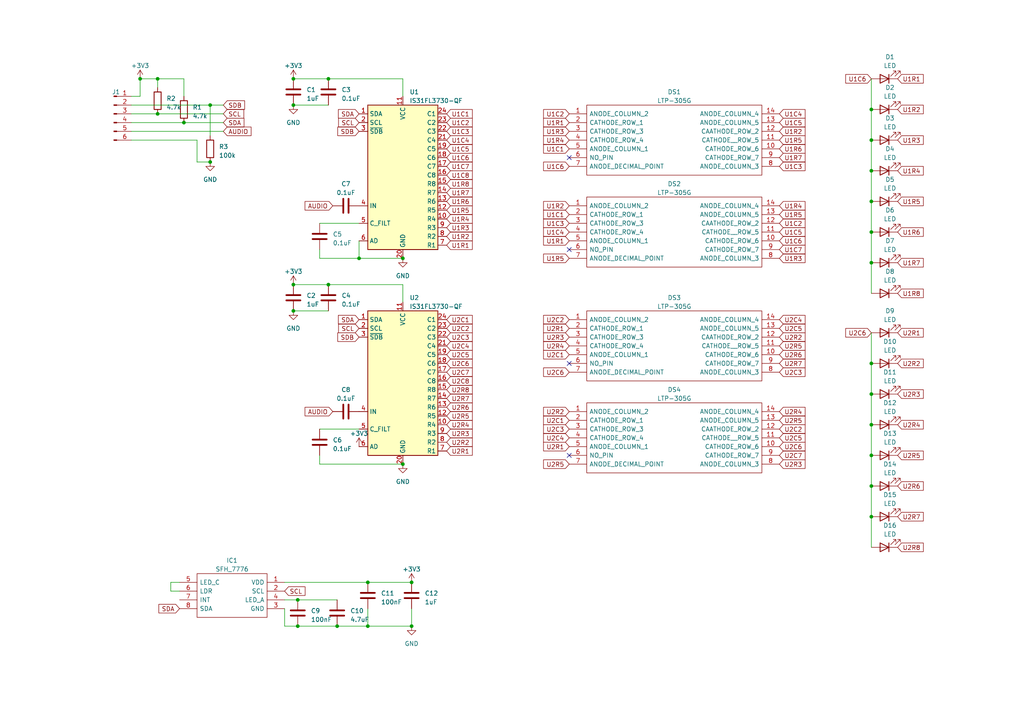
<source format=kicad_sch>
(kicad_sch (version 20230121) (generator eeschema)
  (paper "A4")
  (lib_symbols
    (symbol "Connector:Conn_01x06_Pin" (pin_names (offset 1.016) hide)
      (property "Reference" "J" (at 0 7.62 0))
      (property "Value" "Conn_01x06_Pin" (at 0 -10.16 0))
      (symbol "Conn_01x06_Pin_1_1"
        (polyline (pts (xy 1.27 -7.62) (xy 0.8636 -7.62)) (stroke (width 0.1524)))
        (polyline (pts (xy 1.27 -5.08) (xy 0.8636 -5.08)) (stroke (width 0.1524)))
        (polyline (pts (xy 1.27 -2.54) (xy 0.8636 -2.54)) (stroke (width 0.1524)))
        (polyline (pts (xy 1.27 0) (xy 0.8636 0)) (stroke (width 0.1524)))
        (polyline (pts (xy 1.27 2.54) (xy 0.8636 2.54)) (stroke (width 0.1524)))
        (polyline (pts (xy 1.27 5.08) (xy 0.8636 5.08)) (stroke (width 0.1524)))
        (rectangle (start 0.8636 -7.493) (end 0 -7.747) (stroke (width 0.1524)) (fill (type outline)))
        (rectangle (start 0.8636 -4.953) (end 0 -5.207) (stroke (width 0.1524)) (fill (type outline)))
        (rectangle (start 0.8636 -2.413) (end 0 -2.667) (stroke (width 0.1524)) (fill (type outline)))
        (rectangle (start 0.8636 0.127) (end 0 -0.127) (stroke (width 0.1524)) (fill (type outline)))
        (rectangle (start 0.8636 2.667) (end 0 2.413) (stroke (width 0.1524)) (fill (type outline)))
        (rectangle (start 0.8636 5.207) (end 0 4.953) (stroke (width 0.1524)) (fill (type outline)))
        (pin passive line (at 5.08 5.08 180) (length 3.81) (name "Pin_1") (number "1"))
        (pin passive line (at 5.08 2.54 180) (length 3.81) (name "Pin_2") (number "2"))
        (pin passive line (at 5.08 0 180) (length 3.81) (name "Pin_3") (number "3"))
        (pin passive line (at 5.08 -2.54 180) (length 3.81) (name "Pin_4") (number "4"))
        (pin passive line (at 5.08 -5.08 180) (length 3.81) (name "Pin_5") (number "5"))
        (pin passive line (at 5.08 -7.62 180) (length 3.81) (name "Pin_6") (number "6"))
      )
    )
    (symbol "Device:C" (pin_numbers hide) (pin_names (offset 0.254))
      (property "Reference" "C" (at 0.635 2.54 0))
      (property "Value" "C" (at 0.635 -2.54 0))
      (symbol "C_0_1"
        (polyline (pts (xy -2.032 -0.762) (xy 2.032 -0.762)) (stroke (width 0.508)))
        (polyline (pts (xy -2.032 0.762) (xy 2.032 0.762)) (stroke (width 0.508)))
      )
      (symbol "C_1_1"
        (pin passive line (at 0 3.81 270) (length 2.794) (name "~") (number "1"))
        (pin passive line (at 0 -3.81 90) (length 2.794) (name "~") (number "2"))
      )
    )
    (symbol "Device:LED" (pin_numbers hide) (pin_names (offset 1.016) hide)
      (property "Reference" "D" (at 0 2.54 0))
      (property "Value" "LED" (at 0 -2.54 0))
      (symbol "LED_0_1"
        (polyline (pts (xy -1.27 -1.27) (xy -1.27 1.27)) (stroke (width 0.254)))
        (polyline (pts (xy -1.27 0) (xy 1.27 0)))
        (polyline (pts (xy 1.27 -1.27) (xy 1.27 1.27) (xy -1.27 0) (xy 1.27 -1.27)) (stroke (width 0.254)))
        (polyline (pts (xy -3.048 -0.762) (xy -4.572 -2.286) (xy -3.81 -2.286) (xy -4.572 -2.286) (xy -4.572 -1.524)))
        (polyline (pts (xy -1.778 -0.762) (xy -3.302 -2.286) (xy -2.54 -2.286) (xy -3.302 -2.286) (xy -3.302 -1.524)))
      )
      (symbol "LED_1_1"
        (pin passive line (at -3.81 0 0) (length 2.54) (name "K") (number "1"))
        (pin passive line (at 3.81 0 180) (length 2.54) (name "A") (number "2"))
      )
    )
    (symbol "Device:R" (pin_numbers hide) (pin_names (offset 0))
      (property "Reference" "R" (at 2.032 0 90))
      (property "Value" "R" (at 0 0 90))
      (symbol "R_0_1"
        (rectangle (start -1.016 -2.54) (end 1.016 2.54) (stroke (width 0.254)))
      )
      (symbol "R_1_1"
        (pin passive line (at 0 3.81 270) (length 1.27) (name "~") (number "1"))
        (pin passive line (at 0 -3.81 90) (length 1.27) (name "~") (number "2"))
      )
    )
    (symbol "Driver_LED:IS31FL3730-QF"
      (property "Reference" "U" (at -10.16 26.035 0))
      (property "Value" "IS31FL3730-QF" (at 3.81 29.21 0))
      (symbol "IS31FL3730-QF_0_1"
        (rectangle (start -10.16 25.4) (end 10.16 -16.51) (stroke (width 0.254)) (fill (type background)))
      )
      (symbol "IS31FL3730-QF_1_1"
        (pin bidirectional line (at -12.7 22.86 0) (length 2.54) (name "SDA") (number "1"))
        (pin bidirectional line (at 12.7 -7.62 180) (length 2.54) (name "R4") (number "10"))
        (pin power_in line (at 0 27.94 270) (length 2.54) (name "VCC") (number "11"))
        (pin bidirectional line (at 12.7 -5.08 180) (length 2.54) (name "R5") (number "12"))
        (pin bidirectional line (at 12.7 -2.54 180) (length 2.54) (name "R6") (number "13"))
        (pin bidirectional line (at 12.7 0 180) (length 2.54) (name "R7") (number "14"))
        (pin bidirectional line (at 12.7 2.54 180) (length 2.54) (name "R8") (number "15"))
        (pin bidirectional line (at 12.7 5.08 180) (length 2.54) (name "C8") (number "16"))
        (pin bidirectional line (at 12.7 7.62 180) (length 2.54) (name "C7") (number "17"))
        (pin bidirectional line (at 12.7 10.16 180) (length 2.54) (name "C6") (number "18"))
        (pin bidirectional line (at 12.7 12.7 180) (length 2.54) (name "C5") (number "19"))
        (pin input line (at -12.7 20.32 0) (length 2.54) (name "SCL") (number "2"))
        (pin passive line (at 0 -19.05 90) (length 2.54) hide (name "GND") (number "20"))
        (pin power_in line (at 0 -19.05 90) (length 2.54) (name "GND") (number "20"))
        (pin bidirectional line (at 12.7 15.24 180) (length 2.54) (name "C4") (number "21"))
        (pin bidirectional line (at 12.7 17.78 180) (length 2.54) (name "C3") (number "22"))
        (pin bidirectional line (at 12.7 20.32 180) (length 2.54) (name "C2") (number "23"))
        (pin bidirectional line (at 12.7 22.86 180) (length 2.54) (name "C1") (number "24"))
        (pin input line (at -12.7 17.78 0) (length 2.54) (name "~{SDB}") (number "3"))
        (pin input line (at -12.7 -3.81 0) (length 2.54) (name "IN") (number "4"))
        (pin passive line (at -12.7 -8.89 0) (length 2.54) (name "C_FILT") (number "5"))
        (pin input line (at -12.7 -13.97 0) (length 2.54) (name "AD") (number "6"))
        (pin bidirectional line (at 12.7 -15.24 180) (length 2.54) (name "R1") (number "7"))
        (pin bidirectional line (at 12.7 -12.7 180) (length 2.54) (name "R2") (number "8"))
        (pin bidirectional line (at 12.7 -10.16 180) (length 2.54) (name "R3") (number "9"))
      )
    )
    (symbol "LTP_305:LTP-305G" (pin_names (offset 0.762))
      (property "Reference" "DS" (at 57.15 7.62 0))
      (property "Value" "LTP-305G" (at 57.15 5.08 0))
      (symbol "LTP-305G_0_0"
        (pin passive line (at 0 0 0) (length 5.08) (name "ANODE_COLUMN_2") (number "1"))
        (pin passive line (at 60.96 -10.16 180) (length 5.08) (name "CATHODE_ROW_6") (number "10"))
        (pin passive line (at 60.96 -7.62 180) (length 5.08) (name "CATHODE__ROW_5") (number "11"))
        (pin passive line (at 60.96 -5.08 180) (length 5.08) (name "CAATHODE_ROW_2") (number "12"))
        (pin passive line (at 60.96 -2.54 180) (length 5.08) (name "ANODE_COLUMN_5") (number "13"))
        (pin passive line (at 60.96 0 180) (length 5.08) (name "ANODE_COLUMN_4") (number "14"))
        (pin passive line (at 0 -2.54 0) (length 5.08) (name "CATHODE_ROW_1") (number "2"))
        (pin passive line (at 0 -5.08 0) (length 5.08) (name "CATHODE_ROW_3") (number "3"))
        (pin passive line (at 0 -7.62 0) (length 5.08) (name "CATHODE_ROW_4") (number "4"))
        (pin passive line (at 0 -10.16 0) (length 5.08) (name "ANODE_COLUMN_1") (number "5"))
        (pin passive line (at 0 -12.7 0) (length 5.08) (name "NO_PIN") (number "6"))
        (pin passive line (at 0 -15.24 0) (length 5.08) (name "ANODE_DECIMAL_POINT") (number "7"))
        (pin passive line (at 60.96 -15.24 180) (length 5.08) (name "ANODE_COLUMN_3") (number "8"))
        (pin passive line (at 60.96 -12.7 180) (length 5.08) (name "CATHODE_ROW_7") (number "9"))
      )
      (symbol "LTP-305G_0_1"
        (polyline (pts (xy 5.08 2.54) (xy 55.88 2.54) (xy 55.88 -17.78) (xy 5.08 -17.78) (xy 5.08 2.54)) (stroke (width 0.1524)))
      )
    )
    (symbol "Sensor_Proximity:SFH_7776" (pin_names (offset 0.762))
      (property "Reference" "IC1" (at 15.24 6.35 0))
      (property "Value" "SFH_7776" (at 15.24 3.81 0))
      (symbol "SFH_7776_0_0"
        (pin passive line (at 30.48 0 180) (length 5.08) (name "VDD") (number "1"))
        (pin passive line (at 30.48 -2.54 180) (length 5.08) (name "SCL") (number "2"))
        (pin passive line (at 30.48 -7.62 180) (length 5.08) (name "GND") (number "3"))
        (pin passive line (at 30.48 -5.08 180) (length 5.08) (name "LED_A") (number "4"))
        (pin passive line (at 0 0 0) (length 5.08) (name "LED_C") (number "5"))
        (pin passive line (at 0 -2.54 0) (length 5.08) (name "LDR") (number "6"))
        (pin passive line (at 0 -5.08 0) (length 5.08) (name "INT") (number "7"))
        (pin passive line (at 0 -7.62 0) (length 5.08) (name "SDA") (number "8"))
      )
      (symbol "SFH_7776_0_1"
        (polyline (pts (xy 5.08 2.54) (xy 25.4 2.54) (xy 25.4 -10.16) (xy 5.08 -10.16) (xy 5.08 2.54)) (stroke (width 0.1524)))
      )
    )
    (symbol "power:+3V3" (power) (pin_names (offset 0))
      (property "Value" "+3V3" (at 0 3.556 0))
      (symbol "+3V3_0_1"
        (polyline (pts (xy -0.762 1.27) (xy 0 2.54)))
        (polyline (pts (xy 0 0) (xy 0 2.54)))
        (polyline (pts (xy 0 2.54) (xy 0.762 1.27)))
      )
      (symbol "+3V3_1_1"
        (pin power_in line (at 0 0 90) (length 0) hide (name "+3V3") (number "1"))
      )
    )
    (symbol "power:GND" (power) (pin_names (offset 0))
      (property "Value" "GND" (at 0 -3.81 0))
      (symbol "GND_0_1"
        (polyline (pts (xy 0 0) (xy 0 -1.27) (xy 1.27 -1.27) (xy 0 -2.54) (xy -1.27 -1.27) (xy 0 -1.27)))
      )
      (symbol "GND_1_1"
        (pin power_in line (at 0 0 270) (length 0) hide (name "GND") (number "1"))
      )
    )
  )
  (junction (at 116.84 74.93))
  (junction (at 85.09 22.86))
  (junction (at 53.34 35.56))
  (junction (at 60.96 46.99))
  (junction (at 252.73 114.3))
  (junction (at 104.14 74.93))
  (junction (at 95.25 22.86))
  (junction (at 252.73 105.41))
  (junction (at 252.73 49.53))
  (junction (at 252.73 140.97))
  (junction (at 252.73 31.75))
  (junction (at 252.73 132.08))
  (junction (at 45.72 33.02))
  (junction (at 119.38 168.91))
  (junction (at 116.84 134.62))
  (junction (at 252.73 76.2))
  (junction (at 252.73 123.19))
  (junction (at 85.09 90.17))
  (junction (at 106.68 181.61))
  (junction (at 45.72 22.86))
  (junction (at 40.64 22.86))
  (junction (at 252.73 149.86))
  (junction (at 97.79 181.61))
  (junction (at 60.96 30.48))
  (junction (at 106.68 168.91))
  (junction (at 252.73 40.64))
  (junction (at 85.09 82.55))
  (junction (at 95.25 82.55))
  (junction (at 252.73 67.31))
  (junction (at 252.73 58.42))
  (junction (at 119.38 181.61))
  (junction (at 86.36 173.99))
  (junction (at 85.09 30.48))
  (junction (at 86.36 181.61))
  (no_connect (at 165.1 105.41))
  (no_connect (at 165.1 45.72))
  (no_connect (at 165.1 132.08))
  (no_connect (at 165.1 72.39))
  (wire (pts (xy 252.73 49.53) (xy 252.73 58.42)))
  (wire (pts (xy 116.84 27.94) (xy 116.84 22.86)))
  (wire (pts (xy 57.15 46.99) (xy 60.96 46.99)))
  (wire (pts (xy 116.84 82.55) (xy 95.25 82.55)))
  (wire (pts (xy 38.1 27.94) (xy 40.64 27.94)))
  (wire (pts (xy 52.07 168.91) (xy 49.53 168.91)))
  (wire (pts (xy 85.09 30.48) (xy 95.25 30.48)))
  (wire (pts (xy 92.71 134.62) (xy 116.84 134.62)))
  (wire (pts (xy 82.55 176.53) (xy 82.55 181.61)))
  (wire (pts (xy 53.34 35.56) (xy 64.77 35.56)))
  (wire (pts (xy 252.73 149.86) (xy 252.73 158.75)))
  (wire (pts (xy 53.34 22.86) (xy 53.34 27.94)))
  (wire (pts (xy 38.1 33.02) (xy 45.72 33.02)))
  (wire (pts (xy 45.72 22.86) (xy 45.72 25.4)))
  (wire (pts (xy 49.53 168.91) (xy 49.53 171.45)))
  (wire (pts (xy 252.73 67.31) (xy 252.73 76.2)))
  (wire (pts (xy 92.71 74.93) (xy 104.14 74.93)))
  (wire (pts (xy 116.84 87.63) (xy 116.84 82.55)))
  (wire (pts (xy 40.64 27.94) (xy 40.64 22.86)))
  (wire (pts (xy 92.71 72.39) (xy 92.71 74.93)))
  (wire (pts (xy 104.14 74.93) (xy 116.84 74.93)))
  (wire (pts (xy 252.73 31.75) (xy 252.73 40.64)))
  (wire (pts (xy 38.1 35.56) (xy 53.34 35.56)))
  (wire (pts (xy 116.84 22.86) (xy 95.25 22.86)))
  (wire (pts (xy 252.73 140.97) (xy 252.73 149.86)))
  (wire (pts (xy 252.73 22.86) (xy 252.73 31.75)))
  (wire (pts (xy 40.64 22.86) (xy 45.72 22.86)))
  (wire (pts (xy 82.55 173.99) (xy 86.36 173.99)))
  (wire (pts (xy 85.09 90.17) (xy 95.25 90.17)))
  (wire (pts (xy 119.38 176.53) (xy 119.38 181.61)))
  (wire (pts (xy 86.36 173.99) (xy 97.79 173.99)))
  (wire (pts (xy 252.73 76.2) (xy 252.73 85.09)))
  (wire (pts (xy 38.1 40.64) (xy 57.15 40.64)))
  (wire (pts (xy 106.68 168.91) (xy 119.38 168.91)))
  (wire (pts (xy 92.71 132.08) (xy 92.71 134.62)))
  (wire (pts (xy 45.72 22.86) (xy 53.34 22.86)))
  (wire (pts (xy 252.73 105.41) (xy 252.73 114.3)))
  (wire (pts (xy 60.96 30.48) (xy 60.96 39.37)))
  (wire (pts (xy 92.71 64.77) (xy 104.14 64.77)))
  (wire (pts (xy 252.73 40.64) (xy 252.73 49.53)))
  (wire (pts (xy 86.36 181.61) (xy 97.79 181.61)))
  (wire (pts (xy 252.73 114.3) (xy 252.73 123.19)))
  (wire (pts (xy 57.15 40.64) (xy 57.15 46.99)))
  (wire (pts (xy 252.73 123.19) (xy 252.73 132.08)))
  (wire (pts (xy 60.96 30.48) (xy 64.77 30.48)))
  (wire (pts (xy 85.09 22.86) (xy 95.25 22.86)))
  (wire (pts (xy 49.53 171.45) (xy 52.07 171.45)))
  (wire (pts (xy 92.71 124.46) (xy 104.14 124.46)))
  (wire (pts (xy 106.68 181.61) (xy 119.38 181.61)))
  (wire (pts (xy 38.1 38.1) (xy 64.77 38.1)))
  (wire (pts (xy 82.55 181.61) (xy 86.36 181.61)))
  (wire (pts (xy 252.73 58.42) (xy 252.73 67.31)))
  (wire (pts (xy 82.55 168.91) (xy 106.68 168.91)))
  (wire (pts (xy 104.14 69.85) (xy 104.14 74.93)))
  (wire (pts (xy 252.73 96.52) (xy 252.73 105.41)))
  (wire (pts (xy 106.68 176.53) (xy 106.68 181.61)))
  (wire (pts (xy 252.73 132.08) (xy 252.73 140.97)))
  (wire (pts (xy 45.72 33.02) (xy 64.77 33.02)))
  (wire (pts (xy 85.09 82.55) (xy 95.25 82.55)))
  (wire (pts (xy 38.1 30.48) (xy 60.96 30.48)))
  (wire (pts (xy 106.68 181.61) (xy 97.79 181.61)))
  (global_label "U2R2" (shape input) (at 226.06 97.79 0) (property "Intersheetrefs" "${INTERSHEET_REFS}" (effects hide)))
  (global_label "U2C7" (shape input) (at 226.06 132.08 0) (property "Intersheetrefs" "${INTERSHEET_REFS}" (effects hide)))
  (global_label "U2C5" (shape input) (at 226.06 95.25 0) (property "Intersheetrefs" "${INTERSHEET_REFS}" (effects hide)))
  (global_label "AUDIO" (shape input) (at 64.77 38.1 0) (property "Intersheetrefs" "${INTERSHEET_REFS}" (effects hide)))
  (global_label "U1C4" (shape input) (at 226.06 33.02 0) (property "Intersheetrefs" "${INTERSHEET_REFS}" (effects hide)))
  (global_label "SCL" (shape input) (at 82.55 171.45 0) (property "Intersheetrefs" "${INTERSHEET_REFS}" (effects hide)))
  (global_label "U1C3" (shape input) (at 165.1 64.77 180) (property "Intersheetrefs" "${INTERSHEET_REFS}" (effects hide)))
  (global_label "U1R4" (shape input) (at 165.1 40.64 180) (property "Intersheetrefs" "${INTERSHEET_REFS}" (effects hide)))
  (global_label "U2C5" (shape input) (at 226.06 127 0) (property "Intersheetrefs" "${INTERSHEET_REFS}" (effects hide)))
  (global_label "U1R2" (shape input) (at 165.1 59.69 180) (property "Intersheetrefs" "${INTERSHEET_REFS}" (effects hide)))
  (global_label "U1R2" (shape input) (at 260.35 31.75 0) (property "Intersheetrefs" "${INTERSHEET_REFS}" (effects hide)))
  (global_label "U2C4" (shape input) (at 129.54 100.33 0) (property "Intersheetrefs" "${INTERSHEET_REFS}" (effects hide)))
  (global_label "U2R7" (shape input) (at 129.54 115.57 0) (property "Intersheetrefs" "${INTERSHEET_REFS}" (effects hide)))
  (global_label "U2R4" (shape input) (at 129.54 123.19 0) (property "Intersheetrefs" "${INTERSHEET_REFS}" (effects hide)))
  (global_label "U2R5" (shape input) (at 165.1 134.62 180) (property "Intersheetrefs" "${INTERSHEET_REFS}" (effects hide)))
  (global_label "U1R5" (shape input) (at 129.54 60.96 0) (property "Intersheetrefs" "${INTERSHEET_REFS}" (effects hide)))
  (global_label "U2R6" (shape input) (at 129.54 118.11 0) (property "Intersheetrefs" "${INTERSHEET_REFS}" (effects hide)))
  (global_label "U1R5" (shape input) (at 226.06 40.64 0) (property "Intersheetrefs" "${INTERSHEET_REFS}" (effects hide)))
  (global_label "U1C4" (shape input) (at 165.1 67.31 180) (property "Intersheetrefs" "${INTERSHEET_REFS}" (effects hide)))
  (global_label "U1R3" (shape input) (at 260.35 40.64 0) (property "Intersheetrefs" "${INTERSHEET_REFS}" (effects hide)))
  (global_label "U1R2" (shape input) (at 226.06 38.1 0) (property "Intersheetrefs" "${INTERSHEET_REFS}" (effects hide)))
  (global_label "U2R2" (shape input) (at 129.54 128.27 0) (property "Intersheetrefs" "${INTERSHEET_REFS}" (effects hide)))
  (global_label "U1C6" (shape input) (at 129.54 45.72 0) (property "Intersheetrefs" "${INTERSHEET_REFS}" (effects hide)))
  (global_label "U1R8" (shape input) (at 260.35 85.09 0) (property "Intersheetrefs" "${INTERSHEET_REFS}" (effects hide)))
  (global_label "U2C1" (shape input) (at 165.1 121.92 180) (property "Intersheetrefs" "${INTERSHEET_REFS}" (effects hide)))
  (global_label "U1R5" (shape input) (at 165.1 74.93 180) (property "Intersheetrefs" "${INTERSHEET_REFS}" (effects hide)))
  (global_label "U2R8" (shape input) (at 129.54 113.03 0) (property "Intersheetrefs" "${INTERSHEET_REFS}" (effects hide)))
  (global_label "U1R2" (shape input) (at 129.54 68.58 0) (property "Intersheetrefs" "${INTERSHEET_REFS}" (effects hide)))
  (global_label "U1C7" (shape input) (at 129.54 48.26 0) (property "Intersheetrefs" "${INTERSHEET_REFS}" (effects hide)))
  (global_label "U1C6" (shape input) (at 226.06 69.85 0) (property "Intersheetrefs" "${INTERSHEET_REFS}" (effects hide)))
  (global_label "SCL" (shape input) (at 64.77 33.02 0) (property "Intersheetrefs" "${INTERSHEET_REFS}" (effects hide)))
  (global_label "SDB" (shape input) (at 104.14 97.79 180) (property "Intersheetrefs" "${INTERSHEET_REFS}" (effects hide)))
  (global_label "U2R5" (shape input) (at 129.54 120.65 0) (property "Intersheetrefs" "${INTERSHEET_REFS}" (effects hide)))
  (global_label "U2R7" (shape input) (at 260.35 149.86 0) (property "Intersheetrefs" "${INTERSHEET_REFS}" (effects hide)))
  (global_label "U2R2" (shape input) (at 260.35 105.41 0) (property "Intersheetrefs" "${INTERSHEET_REFS}" (effects hide)))
  (global_label "U1C2" (shape input) (at 226.06 64.77 0) (property "Intersheetrefs" "${INTERSHEET_REFS}" (effects hide)))
  (global_label "U2C3" (shape input) (at 165.1 124.46 180) (property "Intersheetrefs" "${INTERSHEET_REFS}" (effects hide)))
  (global_label "SDB" (shape input) (at 104.14 38.1 180) (property "Intersheetrefs" "${INTERSHEET_REFS}" (effects hide)))
  (global_label "U2R6" (shape input) (at 260.35 140.97 0) (property "Intersheetrefs" "${INTERSHEET_REFS}" (effects hide)))
  (global_label "U2C1" (shape input) (at 165.1 102.87 180) (property "Intersheetrefs" "${INTERSHEET_REFS}" (effects hide)))
  (global_label "U1R8" (shape input) (at 129.54 53.34 0) (property "Intersheetrefs" "${INTERSHEET_REFS}" (effects hide)))
  (global_label "U2R1" (shape input) (at 260.35 96.52 0) (property "Intersheetrefs" "${INTERSHEET_REFS}" (effects hide)))
  (global_label "U1C1" (shape input) (at 165.1 62.23 180) (property "Intersheetrefs" "${INTERSHEET_REFS}" (effects hide)))
  (global_label "U2R3" (shape input) (at 226.06 134.62 0) (property "Intersheetrefs" "${INTERSHEET_REFS}" (effects hide)))
  (global_label "SDA" (shape input) (at 104.14 92.71 180) (property "Intersheetrefs" "${INTERSHEET_REFS}" (effects hide)))
  (global_label "AUDIO" (shape input) (at 96.52 119.38 180) (property "Intersheetrefs" "${INTERSHEET_REFS}" (effects hide)))
  (global_label "U2R5" (shape input) (at 226.06 121.92 0) (property "Intersheetrefs" "${INTERSHEET_REFS}" (effects hide)))
  (global_label "U1R6" (shape input) (at 226.06 43.18 0) (property "Intersheetrefs" "${INTERSHEET_REFS}" (effects hide)))
  (global_label "U1C2" (shape input) (at 129.54 35.56 0) (property "Intersheetrefs" "${INTERSHEET_REFS}" (effects hide)))
  (global_label "U1C1" (shape input) (at 129.54 33.02 0) (property "Intersheetrefs" "${INTERSHEET_REFS}" (effects hide)))
  (global_label "U2C4" (shape input) (at 165.1 127 180) (property "Intersheetrefs" "${INTERSHEET_REFS}" (effects hide)))
  (global_label "U1C2" (shape input) (at 165.1 33.02 180) (property "Intersheetrefs" "${INTERSHEET_REFS}" (effects hide)))
  (global_label "U2R3" (shape input) (at 165.1 97.79 180) (property "Intersheetrefs" "${INTERSHEET_REFS}" (effects hide)))
  (global_label "U1R5" (shape input) (at 226.06 62.23 0) (property "Intersheetrefs" "${INTERSHEET_REFS}" (effects hide)))
  (global_label "U1C5" (shape input) (at 226.06 35.56 0) (property "Intersheetrefs" "${INTERSHEET_REFS}" (effects hide)))
  (global_label "U2R5" (shape input) (at 226.06 100.33 0) (property "Intersheetrefs" "${INTERSHEET_REFS}" (effects hide)))
  (global_label "U2C6" (shape input) (at 129.54 105.41 0) (property "Intersheetrefs" "${INTERSHEET_REFS}" (effects hide)))
  (global_label "U2C6" (shape input) (at 252.73 96.52 180) (property "Intersheetrefs" "${INTERSHEET_REFS}" (effects hide)))
  (global_label "U1C1" (shape input) (at 165.1 43.18 180) (property "Intersheetrefs" "${INTERSHEET_REFS}" (effects hide)))
  (global_label "U2R1" (shape input) (at 129.54 130.81 0) (property "Intersheetrefs" "${INTERSHEET_REFS}" (effects hide)))
  (global_label "U1C5" (shape input) (at 226.06 67.31 0) (property "Intersheetrefs" "${INTERSHEET_REFS}" (effects hide)))
  (global_label "SDA" (shape input) (at 52.07 176.53 180) (property "Intersheetrefs" "${INTERSHEET_REFS}" (effects hide)))
  (global_label "U1R1" (shape input) (at 260.35 22.86 0) (property "Intersheetrefs" "${INTERSHEET_REFS}" (effects hide)))
  (global_label "U2R1" (shape input) (at 165.1 129.54 180) (property "Intersheetrefs" "${INTERSHEET_REFS}" (effects hide)))
  (global_label "U1R3" (shape input) (at 165.1 38.1 180) (property "Intersheetrefs" "${INTERSHEET_REFS}" (effects hide)))
  (global_label "U2R4" (shape input) (at 260.35 123.19 0) (property "Intersheetrefs" "${INTERSHEET_REFS}" (effects hide)))
  (global_label "U2R2" (shape input) (at 165.1 119.38 180) (property "Intersheetrefs" "${INTERSHEET_REFS}" (effects hide)))
  (global_label "U1C5" (shape input) (at 129.54 43.18 0) (property "Intersheetrefs" "${INTERSHEET_REFS}" (effects hide)))
  (global_label "U1R3" (shape input) (at 129.54 66.04 0) (property "Intersheetrefs" "${INTERSHEET_REFS}" (effects hide)))
  (global_label "U1R7" (shape input) (at 226.06 45.72 0) (property "Intersheetrefs" "${INTERSHEET_REFS}" (effects hide)))
  (global_label "U2R3" (shape input) (at 260.35 114.3 0) (property "Intersheetrefs" "${INTERSHEET_REFS}" (effects hide)))
  (global_label "AUDIO" (shape input) (at 96.52 59.69 180) (property "Intersheetrefs" "${INTERSHEET_REFS}" (effects hide)))
  (global_label "U2R4" (shape input) (at 165.1 100.33 180) (property "Intersheetrefs" "${INTERSHEET_REFS}" (effects hide)))
  (global_label "U2C2" (shape input) (at 129.54 95.25 0) (property "Intersheetrefs" "${INTERSHEET_REFS}" (effects hide)))
  (global_label "SCL" (shape input) (at 104.14 95.25 180) (property "Intersheetrefs" "${INTERSHEET_REFS}" (effects hide)))
  (global_label "U1R7" (shape input) (at 260.35 76.2 0) (property "Intersheetrefs" "${INTERSHEET_REFS}" (effects hide)))
  (global_label "U2R6" (shape input) (at 226.06 102.87 0) (property "Intersheetrefs" "${INTERSHEET_REFS}" (effects hide)))
  (global_label "SDA" (shape input) (at 64.77 35.56 0) (property "Intersheetrefs" "${INTERSHEET_REFS}" (effects hide)))
  (global_label "U1R6" (shape input) (at 129.54 58.42 0) (property "Intersheetrefs" "${INTERSHEET_REFS}" (effects hide)))
  (global_label "U1R1" (shape input) (at 165.1 69.85 180) (property "Intersheetrefs" "${INTERSHEET_REFS}" (effects hide)))
  (global_label "U2R7" (shape input) (at 226.06 105.41 0) (property "Intersheetrefs" "${INTERSHEET_REFS}" (effects hide)))
  (global_label "U2R4" (shape input) (at 226.06 119.38 0) (property "Intersheetrefs" "${INTERSHEET_REFS}" (effects hide)))
  (global_label "U1C4" (shape input) (at 129.54 40.64 0) (property "Intersheetrefs" "${INTERSHEET_REFS}" (effects hide)))
  (global_label "SDB" (shape input) (at 64.77 30.48 0) (property "Intersheetrefs" "${INTERSHEET_REFS}" (effects hide)))
  (global_label "U1R1" (shape input) (at 165.1 35.56 180) (property "Intersheetrefs" "${INTERSHEET_REFS}" (effects hide)))
  (global_label "U2R5" (shape input) (at 260.35 132.08 0) (property "Intersheetrefs" "${INTERSHEET_REFS}" (effects hide)))
  (global_label "U1R3" (shape input) (at 226.06 74.93 0) (property "Intersheetrefs" "${INTERSHEET_REFS}" (effects hide)))
  (global_label "U1R6" (shape input) (at 260.35 67.31 0) (property "Intersheetrefs" "${INTERSHEET_REFS}" (effects hide)))
  (global_label "U1C8" (shape input) (at 129.54 50.8 0) (property "Intersheetrefs" "${INTERSHEET_REFS}" (effects hide)))
  (global_label "SDA" (shape input) (at 104.14 33.02 180) (property "Intersheetrefs" "${INTERSHEET_REFS}" (effects hide)))
  (global_label "U2C5" (shape input) (at 129.54 102.87 0) (property "Intersheetrefs" "${INTERSHEET_REFS}" (effects hide)))
  (global_label "U2C4" (shape input) (at 226.06 92.71 0) (property "Intersheetrefs" "${INTERSHEET_REFS}" (effects hide)))
  (global_label "U1C6" (shape input) (at 165.1 48.26 180) (property "Intersheetrefs" "${INTERSHEET_REFS}" (effects hide)))
  (global_label "U2C7" (shape input) (at 129.54 107.95 0) (property "Intersheetrefs" "${INTERSHEET_REFS}" (effects hide)))
  (global_label "U2C3" (shape input) (at 129.54 97.79 0) (property "Intersheetrefs" "${INTERSHEET_REFS}" (effects hide)))
  (global_label "U1C6" (shape input) (at 252.73 22.86 180) (property "Intersheetrefs" "${INTERSHEET_REFS}" (effects hide)))
  (global_label "U2C6" (shape input) (at 226.06 129.54 0) (property "Intersheetrefs" "${INTERSHEET_REFS}" (effects hide)))
  (global_label "U2C6" (shape input) (at 165.1 107.95 180) (property "Intersheetrefs" "${INTERSHEET_REFS}" (effects hide)))
  (global_label "U2R3" (shape input) (at 129.54 125.73 0) (property "Intersheetrefs" "${INTERSHEET_REFS}" (effects hide)))
  (global_label "U1R1" (shape input) (at 129.54 71.12 0) (property "Intersheetrefs" "${INTERSHEET_REFS}" (effects hide)))
  (global_label "U1C3" (shape input) (at 129.54 38.1 0) (property "Intersheetrefs" "${INTERSHEET_REFS}" (effects hide)))
  (global_label "U2C3" (shape input) (at 226.06 107.95 0) (property "Intersheetrefs" "${INTERSHEET_REFS}" (effects hide)))
  (global_label "U1R4" (shape input) (at 260.35 49.53 0) (property "Intersheetrefs" "${INTERSHEET_REFS}" (effects hide)))
  (global_label "U1R4" (shape input) (at 226.06 59.69 0) (property "Intersheetrefs" "${INTERSHEET_REFS}" (effects hide)))
  (global_label "U2C2" (shape input) (at 226.06 124.46 0) (property "Intersheetrefs" "${INTERSHEET_REFS}" (effects hide)))
  (global_label "U1C3" (shape input) (at 226.06 48.26 0) (property "Intersheetrefs" "${INTERSHEET_REFS}" (effects hide)))
  (global_label "U2C8" (shape input) (at 129.54 110.49 0) (property "Intersheetrefs" "${INTERSHEET_REFS}" (effects hide)))
  (global_label "U1R5" (shape input) (at 260.35 58.42 0) (property "Intersheetrefs" "${INTERSHEET_REFS}" (effects hide)))
  (global_label "U2R1" (shape input) (at 165.1 95.25 180) (property "Intersheetrefs" "${INTERSHEET_REFS}" (effects hide)))
  (global_label "U2C1" (shape input) (at 129.54 92.71 0) (property "Intersheetrefs" "${INTERSHEET_REFS}" (effects hide)))
  (global_label "SCL" (shape input) (at 104.14 35.56 180) (property "Intersheetrefs" "${INTERSHEET_REFS}" (effects hide)))
  (global_label "U1R4" (shape input) (at 129.54 63.5 0) (property "Intersheetrefs" "${INTERSHEET_REFS}" (effects hide)))
  (global_label "U2C2" (shape input) (at 165.1 92.71 180) (property "Intersheetrefs" "${INTERSHEET_REFS}" (effects hide)))
  (global_label "U1C7" (shape input) (at 226.06 72.39 0) (property "Intersheetrefs" "${INTERSHEET_REFS}" (effects hide)))
  (global_label "U2R8" (shape input) (at 260.35 158.75 0) (property "Intersheetrefs" "${INTERSHEET_REFS}" (effects hide)))
  (global_label "U1R7" (shape input) (at 129.54 55.88 0) (property "Intersheetrefs" "${INTERSHEET_REFS}" (effects hide)))
  (symbol (lib_id "power:+3V3") (at 104.14 129.54 0) (unit 1)
    (property "Reference" "#PWR011" (effects hide))
    (property "Value" "+3V3" (at 104.14 125.73 0))
  )
  (symbol (lib_id "Device:LED") (at 256.54 149.86 180) (unit 1)
    (property "Reference" "D15" (at 258.1275 143.51 0))
    (property "Value" "LED" (at 258.1275 146.05 0))
    (property "Footprint" "LED_SMD:LED_0603_1608Metric" (effects hide))
  )
  (symbol (lib_id "Sensor_Proximity:SFH_7776") (at 52.07 168.91 0) (unit 1)
    (property "Reference" "IC1" (at 67.31 162.56 0))
    (property "Value" "SFH_7776" (at 67.31 165.1 0))
    (property "Footprint" "SFH7776" (effects hide))
    (property "Datasheet" "https://www.arrow.com/en/products/sfh7776/osram-opto-semiconductors" (effects hide))
    (property "Description" "SFH 7776 Osram Opto Ambient Light and Proximity Sensor Surface Mount 8-Pin Miniature" (effects hide))
    (property "Height" "1.45" (effects hide))
    (property "Mouser Part Number" "720-SFH7776" (effects hide))
    (property "Mouser Price/Stock" "https://www.mouser.co.uk/ProductDetail/OSRAM-Opto-Semiconductors/SFH-7776?qs=9EKcitwk7VSK6KziZ6VzhQ%3D%3D" (effects hide))
    (property "Manufacturer_Name" "OSRAM" (effects hide))
    (property "Manufacturer_Part_Number" "SFH 7776" (effects hide))
  )
  (symbol (lib_id "Device:LED") (at 256.54 140.97 180) (unit 1)
    (property "Reference" "D14" (at 258.1275 134.62 0))
    (property "Value" "LED" (at 258.1275 137.16 0))
    (property "Footprint" "LED_SMD:LED_0603_1608Metric" (effects hide))
  )
  (symbol (lib_id "LTP_305:LTP-305G") (at 165.1 33.02 0) (unit 1)
    (property "Reference" "DS1" (at 195.58 26.67 0))
    (property "Value" "LTP-305G" (at 195.58 29.21 0))
    (property "Footprint" "Custom_footprints:DIPS762W50P254L1850H400Q14N" (effects hide))
    (property "Datasheet" "https://media.digikey.com/pdf/Data%20Sheets/Lite-On%20PDFs/LTP-305G.pdf" (effects hide))
    (property "Description" "LED Displays & Accessories Green" (effects hide))
    (property "Height" "4" (effects hide))
    (property "Mouser Part Number" "859-LTP-305G" (effects hide))
    (property "Mouser Price/Stock" "https://www.mouser.co.uk/ProductDetail/Lite-On/LTP-305G?qs=gnaPJ2cis70tTyscg55DVQ%3D%3D" (effects hide))
    (property "Manufacturer_Name" "Lite-On" (effects hide))
    (property "Manufacturer_Part_Number" "LTP-305G" (effects hide))
  )
  (symbol (lib_id "Device:C") (at 95.25 86.36 180) (unit 1)
    (property "Reference" "C4" (at 99.06 85.725 0) (effects (justify right)))
    (property "Value" "0.1uF" (at 99.06 88.265 0) (effects (justify right)))
    (property "Footprint" "Capacitor_SMD:C_0603_1608Metric" (effects hide))
  )
  (symbol (lib_id "power:GND") (at 116.84 134.62 0) (unit 1)
    (property "Reference" "#PWR08" (effects hide))
    (property "Value" "GND" (at 116.84 139.7 0))
  )
  (symbol (lib_id "Device:C") (at 85.09 86.36 180) (unit 1)
    (property "Reference" "C2" (at 88.9 85.725 0) (effects (justify right)))
    (property "Value" "1uF" (at 88.9 88.265 0) (effects (justify right)))
    (property "Footprint" "Capacitor_SMD:C_0603_1608Metric" (effects hide))
  )
  (symbol (lib_id "Device:LED") (at 256.54 22.86 180) (unit 1)
    (property "Reference" "D1" (at 258.1275 16.51 0))
    (property "Value" "LED" (at 258.1275 19.05 0))
    (property "Footprint" "LED_SMD:LED_0603_1608Metric" (effects hide))
  )
  (symbol (lib_id "Device:LED") (at 256.54 85.09 180) (unit 1)
    (property "Reference" "D8" (at 258.1275 78.74 0))
    (property "Value" "LED" (at 258.1275 81.28 0))
    (property "Footprint" "LED_SMD:LED_0603_1608Metric" (effects hide))
  )
  (symbol (lib_id "Device:LED") (at 256.54 105.41 180) (unit 1)
    (property "Reference" "D10" (at 258.1275 99.06 0))
    (property "Value" "LED" (at 258.1275 101.6 0))
    (property "Footprint" "LED_SMD:LED_0603_1608Metric" (effects hide))
  )
  (symbol (lib_id "power:+3V3") (at 85.09 82.55 0) (unit 1)
    (property "Reference" "#PWR06" (effects hide))
    (property "Value" "+3V3" (at 85.09 78.74 0))
  )
  (symbol (lib_id "Device:C") (at 100.33 119.38 90) (unit 1)
    (property "Reference" "C8" (at 100.33 113.03 90))
    (property "Value" "0.1uF" (at 100.33 115.57 90))
    (property "Footprint" "Capacitor_SMD:C_0603_1608Metric" (effects hide))
  )
  (symbol (lib_id "Device:LED") (at 256.54 49.53 180) (unit 1)
    (property "Reference" "D4" (at 258.1275 43.18 0))
    (property "Value" "LED" (at 258.1275 45.72 0))
    (property "Footprint" "LED_SMD:LED_0603_1608Metric" (effects hide))
  )
  (symbol (lib_id "Device:LED") (at 256.54 123.19 180) (unit 1)
    (property "Reference" "D12" (at 258.1275 116.84 0))
    (property "Value" "LED" (at 258.1275 119.38 0))
    (property "Footprint" "LED_SMD:LED_0603_1608Metric" (effects hide))
  )
  (symbol (lib_id "Device:LED") (at 256.54 158.75 180) (unit 1)
    (property "Reference" "D16" (at 258.1275 152.4 0))
    (property "Value" "LED" (at 258.1275 154.94 0))
    (property "Footprint" "LED_SMD:LED_0603_1608Metric" (effects hide))
  )
  (symbol (lib_id "power:+3V3") (at 40.64 22.86 0) (unit 1)
    (property "Reference" "#PWR03" (effects hide))
    (property "Value" "+3V3" (at 40.64 19.05 0))
  )
  (symbol (lib_id "Device:C") (at 119.38 172.72 180) (unit 1)
    (property "Reference" "C12" (at 123.19 172.085 0) (effects (justify right)))
    (property "Value" "1uF" (at 123.19 174.625 0) (effects (justify right)))
    (property "Footprint" "Capacitor_SMD:C_0603_1608Metric" (effects hide))
  )
  (symbol (lib_id "Device:LED") (at 256.54 40.64 180) (unit 1)
    (property "Reference" "D3" (at 258.1275 34.29 0))
    (property "Value" "LED" (at 258.1275 36.83 0))
    (property "Footprint" "LED_SMD:LED_0603_1608Metric" (effects hide))
  )
  (symbol (lib_id "power:+3V3") (at 85.09 22.86 0) (unit 1)
    (property "Reference" "#PWR02" (effects hide))
    (property "Value" "+3V3" (at 85.09 19.05 0))
  )
  (symbol (lib_id "Device:LED") (at 256.54 96.52 180) (unit 1)
    (property "Reference" "D9" (at 258.1275 90.17 0))
    (property "Value" "LED" (at 258.1275 92.71 0))
    (property "Footprint" "LED_SMD:LED_0603_1608Metric" (effects hide))
  )
  (symbol (lib_id "Device:R") (at 53.34 31.75 180) (unit 1)
    (property "Reference" "R1" (at 55.88 31.115 0) (effects (justify right)))
    (property "Value" "4.7k" (at 55.88 33.655 0) (effects (justify right)))
    (property "Footprint" "Resistor_SMD:R_0603_1608Metric" (effects hide))
  )
  (symbol (lib_id "Device:C") (at 92.71 68.58 180) (unit 1)
    (property "Reference" "C5" (at 96.52 67.945 0) (effects (justify right)))
    (property "Value" "0.1uF" (at 96.52 70.485 0) (effects (justify right)))
    (property "Footprint" "Capacitor_SMD:C_0603_1608Metric" (effects hide))
  )
  (symbol (lib_id "Device:C") (at 95.25 26.67 180) (unit 1)
    (property "Reference" "C3" (at 99.06 26.035 0) (effects (justify right)))
    (property "Value" "0.1uF" (at 99.06 28.575 0) (effects (justify right)))
    (property "Footprint" "Capacitor_SMD:C_0603_1608Metric" (effects hide))
  )
  (symbol (lib_id "Device:C") (at 100.33 59.69 90) (unit 1)
    (property "Reference" "C7" (at 100.33 53.34 90))
    (property "Value" "0.1uF" (at 100.33 55.88 90))
    (property "Footprint" "Capacitor_SMD:C_0603_1608Metric" (effects hide))
  )
  (symbol (lib_id "power:+3V3") (at 119.38 168.91 0) (unit 1)
    (property "Reference" "#PWR010" (effects hide))
    (property "Value" "+3V3" (at 119.38 165.1 0))
  )
  (symbol (lib_id "Connector:Conn_01x06_Pin") (at 33.02 33.02 0) (unit 1)
    (property "Reference" "J1" (at 33.655 26.67 0))
    (property "Value" "Conn_01x07_Pin" (effects hide))
    (property "Footprint" "Connector_PinHeader_2.54mm:PinHeader_1x06_P2.54mm_Vertical" (effects hide))
  )
  (symbol (lib_id "power:GND") (at 119.38 181.61 0) (unit 1)
    (property "Reference" "#PWR09" (effects hide))
    (property "Value" "GND" (at 119.38 186.69 0))
  )
  (symbol (lib_id "power:GND") (at 85.09 30.48 0) (unit 1)
    (property "Reference" "#PWR05" (effects hide))
    (property "Value" "GND" (at 85.09 35.56 0))
  )
  (symbol (lib_id "Device:LED") (at 256.54 114.3 180) (unit 1)
    (property "Reference" "D11" (at 258.1275 107.95 0))
    (property "Value" "LED" (at 258.1275 110.49 0))
    (property "Footprint" "LED_SMD:LED_0603_1608Metric" (effects hide))
  )
  (symbol (lib_id "Device:LED") (at 256.54 31.75 180) (unit 1)
    (property "Reference" "D2" (at 258.1275 25.4 0))
    (property "Value" "LED" (at 258.1275 27.94 0))
    (property "Footprint" "LED_SMD:LED_0603_1608Metric" (effects hide))
  )
  (symbol (lib_id "Device:LED") (at 256.54 58.42 180) (unit 1)
    (property "Reference" "D5" (at 258.1275 52.07 0))
    (property "Value" "LED" (at 258.1275 54.61 0))
    (property "Footprint" "LED_SMD:LED_0603_1608Metric" (effects hide))
  )
  (symbol (lib_id "power:GND") (at 116.84 74.93 0) (unit 1)
    (property "Reference" "#PWR01" (effects hide))
    (property "Value" "GND" (at 116.84 80.01 0))
  )
  (symbol (lib_id "LTP_305:LTP-305G") (at 165.1 119.38 0) (unit 1)
    (property "Reference" "DS4" (at 195.58 113.03 0))
    (property "Value" "LTP-305G" (at 195.58 115.57 0))
    (property "Footprint" "Custom_footprints:DIPS762W50P254L1850H400Q14N" (effects hide))
    (property "Datasheet" "https://media.digikey.com/pdf/Data%20Sheets/Lite-On%20PDFs/LTP-305G.pdf" (effects hide))
    (property "Description" "LED Displays & Accessories Green" (effects hide))
    (property "Height" "4" (effects hide))
    (property "Mouser Part Number" "859-LTP-305G" (effects hide))
    (property "Mouser Price/Stock" "https://www.mouser.co.uk/ProductDetail/Lite-On/LTP-305G?qs=gnaPJ2cis70tTyscg55DVQ%3D%3D" (effects hide))
    (property "Manufacturer_Name" "Lite-On" (effects hide))
    (property "Manufacturer_Part_Number" "LTP-305G" (effects hide))
  )
  (symbol (lib_id "Device:LED") (at 256.54 67.31 180) (unit 1)
    (property "Reference" "D6" (at 258.1275 60.96 0))
    (property "Value" "LED" (at 258.1275 63.5 0))
    (property "Footprint" "LED_SMD:LED_0603_1608Metric" (effects hide))
  )
  (symbol (lib_id "Device:R") (at 45.72 29.21 180) (unit 1)
    (property "Reference" "R2" (at 48.26 28.575 0) (effects (justify right)))
    (property "Value" "4.7k" (at 48.26 31.115 0) (effects (justify right)))
    (property "Footprint" "Resistor_SMD:R_0603_1608Metric" (effects hide))
  )
  (symbol (lib_id "Device:C") (at 97.79 177.8 180) (unit 1)
    (property "Reference" "C10" (at 101.6 177.165 0) (effects (justify right)))
    (property "Value" "4.7uF" (at 101.6 179.705 0) (effects (justify right)))
    (property "Footprint" "Capacitor_SMD:C_0603_1608Metric" (effects hide))
  )
  (symbol (lib_id "Driver_LED:IS31FL3730-QF") (at 116.84 115.57 0) (unit 1)
    (property "Reference" "U2" (at 118.7959 86.36 0) (effects (justify left)))
    (property "Value" "IS31FL3730-QF" (at 118.7959 88.9 0) (effects (justify left)))
    (property "Footprint" "Package_DFN_QFN:QFN-28-1EP_4x4mm_P0.4mm_EP2.3x2.3mm" (effects hide))
    (property "Datasheet" "http://www.issi.com/WW/pdf/31FL3731.pdf" (effects hide))
  )
  (symbol (lib_id "power:GND") (at 60.96 46.99 0) (unit 1)
    (property "Reference" "#PWR04" (effects hide))
    (property "Value" "GND" (at 60.96 52.07 0))
  )
  (symbol (lib_id "Device:C") (at 92.71 128.27 180) (unit 1)
    (property "Reference" "C6" (at 96.52 127.635 0) (effects (justify right)))
    (property "Value" "0.1uF" (at 96.52 130.175 0) (effects (justify right)))
    (property "Footprint" "Capacitor_SMD:C_0603_1608Metric" (effects hide))
  )
  (symbol (lib_id "Device:LED") (at 256.54 76.2 180) (unit 1)
    (property "Reference" "D7" (at 258.1275 69.85 0))
    (property "Value" "LED" (at 258.1275 72.39 0))
    (property "Footprint" "LED_SMD:LED_0603_1608Metric" (effects hide))
  )
  (symbol (lib_id "Device:C") (at 86.36 177.8 180) (unit 1)
    (property "Reference" "C9" (at 90.17 177.165 0) (effects (justify right)))
    (property "Value" "100nF" (at 90.17 179.705 0) (effects (justify right)))
    (property "Footprint" "Capacitor_SMD:C_0603_1608Metric" (effects hide))
  )
  (symbol (lib_id "Device:C") (at 85.09 26.67 180) (unit 1)
    (property "Reference" "C1" (at 88.9 26.035 0) (effects (justify right)))
    (property "Value" "1uF" (at 88.9 28.575 0) (effects (justify right)))
    (property "Footprint" "Capacitor_SMD:C_0603_1608Metric" (effects hide))
  )
  (symbol (lib_id "LTP_305:LTP-305G") (at 165.1 92.71 0) (unit 1)
    (property "Reference" "DS3" (at 195.58 86.36 0))
    (property "Value" "LTP-305G" (at 195.58 88.9 0))
    (property "Footprint" "Custom_footprints:DIPS762W50P254L1850H400Q14N" (effects hide))
    (property "Datasheet" "https://media.digikey.com/pdf/Data%20Sheets/Lite-On%20PDFs/LTP-305G.pdf" (effects hide))
    (property "Description" "LED Displays & Accessories Green" (effects hide))
    (property "Height" "4" (effects hide))
    (property "Mouser Part Number" "859-LTP-305G" (effects hide))
    (property "Mouser Price/Stock" "https://www.mouser.co.uk/ProductDetail/Lite-On/LTP-305G?qs=gnaPJ2cis70tTyscg55DVQ%3D%3D" (effects hide))
    (property "Manufacturer_Name" "Lite-On" (effects hide))
    (property "Manufacturer_Part_Number" "LTP-305G" (effects hide))
  )
  (symbol (lib_id "Device:LED") (at 256.54 132.08 180) (unit 1)
    (property "Reference" "D13" (at 258.1275 125.73 0))
    (property "Value" "LED" (at 258.1275 128.27 0))
    (property "Footprint" "LED_SMD:LED_0603_1608Metric" (effects hide))
  )
  (symbol (lib_id "Driver_LED:IS31FL3730-QF") (at 116.84 55.88 0) (unit 1)
    (property "Reference" "U1" (at 118.7959 26.67 0) (effects (justify left)))
    (property "Value" "IS31FL3730-QF" (at 118.7959 29.21 0) (effects (justify left)))
    (property "Footprint" "Package_DFN_QFN:QFN-28-1EP_4x4mm_P0.4mm_EP2.3x2.3mm" (effects hide))
    (property "Datasheet" "http://www.issi.com/WW/pdf/31FL3731.pdf" (effects hide))
  )
  (symbol (lib_id "LTP_305:LTP-305G") (at 165.1 59.69 0) (unit 1)
    (property "Reference" "DS2" (at 195.58 53.34 0))
    (property "Value" "LTP-305G" (at 195.58 55.88 0))
    (property "Footprint" "Custom_footprints:DIPS762W50P254L1850H400Q14N" (effects hide))
    (property "Datasheet" "https://media.digikey.com/pdf/Data%20Sheets/Lite-On%20PDFs/LTP-305G.pdf" (effects hide))
    (property "Description" "LED Displays & Accessories Green" (effects hide))
    (property "Height" "4" (effects hide))
    (property "Mouser Part Number" "859-LTP-305G" (effects hide))
    (property "Mouser Price/Stock" "https://www.mouser.co.uk/ProductDetail/Lite-On/LTP-305G?qs=gnaPJ2cis70tTyscg55DVQ%3D%3D" (effects hide))
    (property "Manufacturer_Name" "Lite-On" (effects hide))
    (property "Manufacturer_Part_Number" "LTP-305G" (effects hide))
  )
  (symbol (lib_id "power:GND") (at 85.09 90.17 0) (unit 1)
    (property "Reference" "#PWR07" (effects hide))
    (property "Value" "GND" (at 85.09 95.25 0))
  )
  (symbol (lib_id "Device:C") (at 106.68 172.72 180) (unit 1)
    (property "Reference" "C11" (at 110.49 172.085 0) (effects (justify right)))
    (property "Value" "100nF" (at 110.49 174.625 0) (effects (justify right)))
    (property "Footprint" "Capacitor_SMD:C_0603_1608Metric" (effects hide))
  )
  (symbol (lib_id "Device:R") (at 60.96 43.18 180) (unit 1)
    (property "Reference" "R3" (at 63.5 42.545 0) (effects (justify right)))
    (property "Value" "100k" (at 63.5 45.085 0) (effects (justify right)))
    (property "Footprint" "Resistor_SMD:R_0603_1608Metric" (effects hide))
  )
)
</source>
